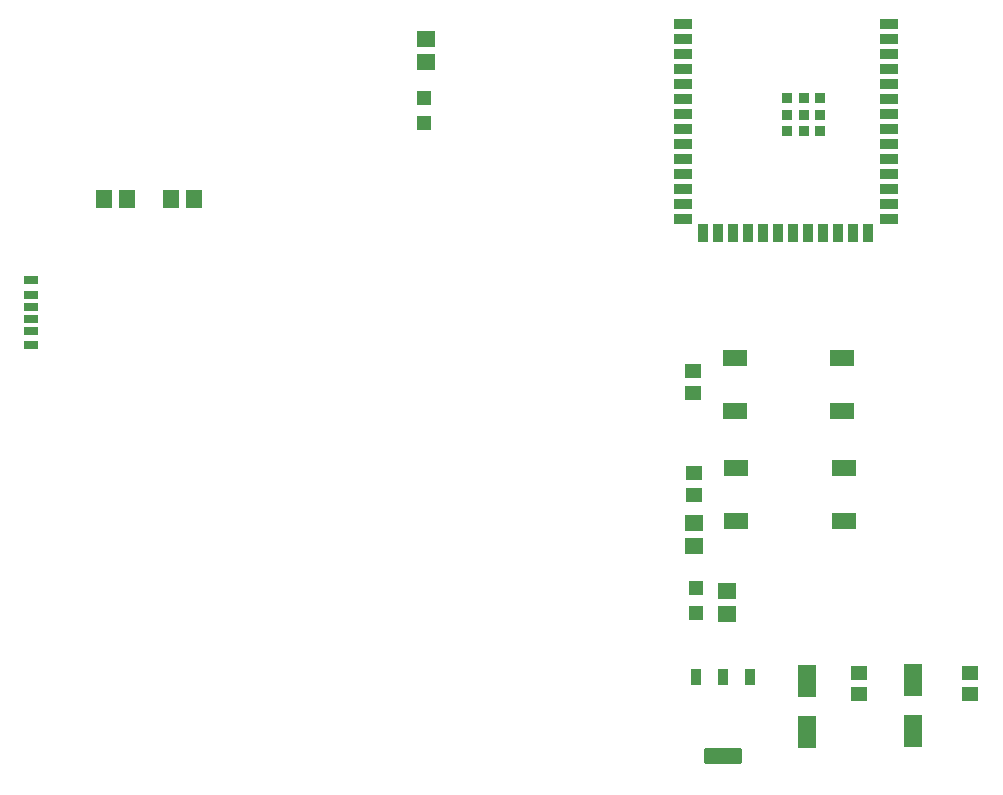
<source format=gbr>
G04*
G04 #@! TF.GenerationSoftware,Altium Limited,Altium Designer,24.1.2 (44)*
G04*
G04 Layer_Color=128*
%FSLAX44Y44*%
%MOMM*%
G71*
G04*
G04 #@! TF.SameCoordinates,98FF00E1-DB16-4AB4-99D8-1D2B7C447DA4*
G04*
G04*
G04 #@! TF.FilePolarity,Positive*
G04*
G01*
G75*
%ADD55R,0.9000X0.9000*%
%ADD56R,0.9000X1.5000*%
%ADD57R,1.5000X0.9000*%
G04:AMPARAMS|DCode=58|XSize=1.31mm|YSize=3.24mm|CornerRadius=0.0983mm|HoleSize=0mm|Usage=FLASHONLY|Rotation=270.000|XOffset=0mm|YOffset=0mm|HoleType=Round|Shape=RoundedRectangle|*
%AMROUNDEDRECTD58*
21,1,1.3100,3.0435,0,0,270.0*
21,1,1.1135,3.2400,0,0,270.0*
1,1,0.1965,-1.5218,-0.5568*
1,1,0.1965,-1.5218,0.5568*
1,1,0.1965,1.5218,0.5568*
1,1,0.1965,1.5218,-0.5568*
%
%ADD58ROUNDEDRECTD58*%
G04:AMPARAMS|DCode=59|XSize=1.31mm|YSize=0.93mm|CornerRadius=0.0698mm|HoleSize=0mm|Usage=FLASHONLY|Rotation=270.000|XOffset=0mm|YOffset=0mm|HoleType=Round|Shape=RoundedRectangle|*
%AMROUNDEDRECTD59*
21,1,1.3100,0.7905,0,0,270.0*
21,1,1.1705,0.9300,0,0,270.0*
1,1,0.1395,-0.3953,-0.5853*
1,1,0.1395,-0.3953,0.5853*
1,1,0.1395,0.3953,0.5853*
1,1,0.1395,0.3953,-0.5853*
%
%ADD59ROUNDEDRECTD59*%
%ADD60R,1.5562X1.3549*%
%ADD61R,1.2000X0.7000*%
%ADD62R,1.2000X0.7600*%
%ADD63R,1.2000X0.8000*%
%ADD64R,2.1000X1.4000*%
%ADD65R,1.2000X1.2000*%
%ADD66R,1.4700X1.1900*%
%ADD67R,1.6000X2.8000*%
%ADD68R,1.3549X1.5562*%
D55*
X222220Y255270D02*
D03*
Y269270D02*
D03*
X236220D02*
D03*
X208220D02*
D03*
Y241270D02*
D03*
X222220D02*
D03*
X236220D02*
D03*
X208220Y255270D02*
D03*
X236220D02*
D03*
D56*
X137370Y154870D02*
D03*
X150070D02*
D03*
X162770D02*
D03*
X175470D02*
D03*
X188170D02*
D03*
X200870D02*
D03*
X213570D02*
D03*
X226270D02*
D03*
X238970D02*
D03*
X251670D02*
D03*
X264370D02*
D03*
X277070D02*
D03*
D57*
X119720Y332470D02*
D03*
Y319770D02*
D03*
Y307070D02*
D03*
Y294370D02*
D03*
Y281670D02*
D03*
Y268970D02*
D03*
Y256270D02*
D03*
Y243570D02*
D03*
Y230870D02*
D03*
Y218170D02*
D03*
Y205470D02*
D03*
Y192770D02*
D03*
Y180070D02*
D03*
Y167370D02*
D03*
X294720D02*
D03*
Y180070D02*
D03*
Y192770D02*
D03*
Y205470D02*
D03*
Y218170D02*
D03*
Y230870D02*
D03*
Y243570D02*
D03*
Y256270D02*
D03*
Y268970D02*
D03*
Y281670D02*
D03*
Y294370D02*
D03*
Y307070D02*
D03*
Y319770D02*
D03*
Y332470D02*
D03*
D58*
X153670Y-287450D02*
D03*
D59*
X176570Y-220550D02*
D03*
X153670D02*
D03*
X130770D02*
D03*
D60*
X-97790Y319636D02*
D03*
Y300124D02*
D03*
X129540Y-90574D02*
D03*
Y-110086D02*
D03*
X157480Y-167236D02*
D03*
Y-147724D02*
D03*
D61*
X-431980Y92630D02*
D03*
Y82630D02*
D03*
D62*
Y102830D02*
D03*
Y72430D02*
D03*
D63*
Y115130D02*
D03*
Y60130D02*
D03*
D64*
X164050Y4170D02*
D03*
X255050D02*
D03*
X164050Y49170D02*
D03*
X255050D02*
D03*
X165320Y-88540D02*
D03*
X256320D02*
D03*
X165320Y-43540D02*
D03*
X256320D02*
D03*
D65*
X-99060Y248580D02*
D03*
Y269580D02*
D03*
X130810Y-166710D02*
D03*
Y-145710D02*
D03*
D66*
X363220Y-217170D02*
D03*
Y-235370D02*
D03*
X129540Y-66250D02*
D03*
Y-48050D02*
D03*
X128270Y20110D02*
D03*
Y38310D02*
D03*
X269240Y-217170D02*
D03*
Y-235370D02*
D03*
D67*
X314960Y-266520D02*
D03*
Y-223520D02*
D03*
X224790Y-267000D02*
D03*
Y-224000D02*
D03*
D68*
X-313286Y184150D02*
D03*
X-293773D02*
D03*
X-350924D02*
D03*
X-370437D02*
D03*
M02*

</source>
